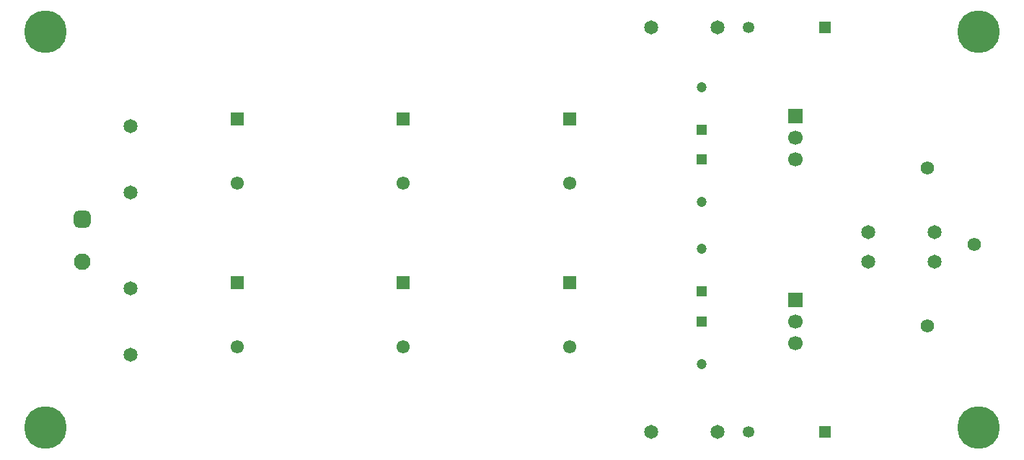
<source format=gbr>
G04*
G04 #@! TF.GenerationSoftware,Altium Limited,Altium Designer,24.5.1 (21)*
G04*
G04 Layer_Color=255*
%FSLAX25Y25*%
%MOIN*%
G70*
G04*
G04 #@! TF.SameCoordinates,C76CA4C4-4B78-49E4-996D-9464DF6DB47D*
G04*
G04*
G04 #@! TF.FilePolarity,Positive*
G04*
G01*
G75*
%ADD18C,0.04724*%
%ADD19R,0.04724X0.04724*%
%ADD21R,0.06102X0.06102*%
%ADD22C,0.06102*%
%ADD30C,0.06693*%
%ADD31R,0.06693X0.06693*%
%ADD32C,0.06496*%
%ADD33C,0.06181*%
G04:AMPARAMS|DCode=34|XSize=76.77mil|YSize=76.77mil|CornerRadius=19.19mil|HoleSize=0mil|Usage=FLASHONLY|Rotation=270.000|XOffset=0mil|YOffset=0mil|HoleType=Round|Shape=RoundedRectangle|*
%AMROUNDEDRECTD34*
21,1,0.07677,0.03839,0,0,270.0*
21,1,0.03839,0.07677,0,0,270.0*
1,1,0.03839,-0.01919,-0.01919*
1,1,0.03839,-0.01919,0.01919*
1,1,0.03839,0.01919,0.01919*
1,1,0.03839,0.01919,-0.01919*
%
%ADD34ROUNDEDRECTD34*%
%ADD35C,0.07677*%
%ADD36C,0.19685*%
%ADD37C,0.05315*%
%ADD38R,0.05315X0.05315*%
D18*
X316929Y43307D02*
D03*
Y96457D02*
D03*
Y171260D02*
D03*
Y118110D02*
D03*
D19*
Y62992D02*
D03*
Y76772D02*
D03*
Y151575D02*
D03*
Y137795D02*
D03*
D21*
X179134Y156496D02*
D03*
X102362Y80709D02*
D03*
X255906D02*
D03*
X179134D02*
D03*
X102362Y156496D02*
D03*
X255906D02*
D03*
D22*
X179134Y126969D02*
D03*
X102362Y51181D02*
D03*
X255906D02*
D03*
X179134D02*
D03*
X102362Y126969D02*
D03*
X255906D02*
D03*
D30*
X360236Y137795D02*
D03*
Y147795D02*
D03*
Y62835D02*
D03*
Y52835D02*
D03*
D31*
Y157795D02*
D03*
Y72835D02*
D03*
D32*
X53150Y122441D02*
D03*
Y153150D02*
D03*
Y78347D02*
D03*
Y47638D02*
D03*
X324410Y198819D02*
D03*
X293701D02*
D03*
X394094Y90551D02*
D03*
X424803D02*
D03*
X394094Y104331D02*
D03*
X424803D02*
D03*
X324410Y11811D02*
D03*
X293701D02*
D03*
D33*
X442913Y98425D02*
D03*
X421260Y61024D02*
D03*
Y133858D02*
D03*
D34*
X30512Y110236D02*
D03*
D35*
Y90551D02*
D03*
D36*
X444882Y196850D02*
D03*
X13780Y13780D02*
D03*
X444882D02*
D03*
X13780Y196850D02*
D03*
D37*
X338583Y11811D02*
D03*
Y198819D02*
D03*
D38*
X374016Y11811D02*
D03*
Y198819D02*
D03*
M02*

</source>
